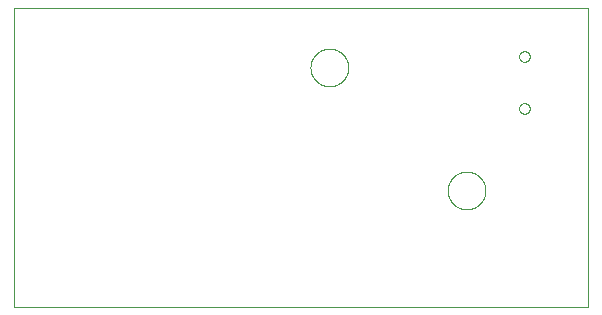
<source format=gbp>
G75*
%MOIN*%
%OFA0B0*%
%FSLAX25Y25*%
%IPPOS*%
%LPD*%
%AMOC8*
5,1,8,0,0,1.08239X$1,22.5*
%
%ADD10C,0.00000*%
D10*
X0001900Y0003250D02*
X0001900Y0103211D01*
X0193101Y0103211D01*
X0193101Y0003250D01*
X0001900Y0003250D01*
X0100600Y0083250D02*
X0100602Y0083408D01*
X0100608Y0083567D01*
X0100618Y0083725D01*
X0100632Y0083882D01*
X0100650Y0084040D01*
X0100671Y0084196D01*
X0100697Y0084353D01*
X0100727Y0084508D01*
X0100760Y0084663D01*
X0100798Y0084817D01*
X0100839Y0084970D01*
X0100884Y0085121D01*
X0100933Y0085272D01*
X0100986Y0085421D01*
X0101042Y0085569D01*
X0101103Y0085716D01*
X0101166Y0085861D01*
X0101234Y0086004D01*
X0101305Y0086145D01*
X0101379Y0086285D01*
X0101457Y0086423D01*
X0101539Y0086559D01*
X0101624Y0086692D01*
X0101712Y0086824D01*
X0101803Y0086953D01*
X0101898Y0087080D01*
X0101996Y0087204D01*
X0102097Y0087326D01*
X0102201Y0087446D01*
X0102307Y0087563D01*
X0102417Y0087677D01*
X0102530Y0087788D01*
X0102645Y0087896D01*
X0102764Y0088002D01*
X0102884Y0088104D01*
X0103007Y0088204D01*
X0103133Y0088300D01*
X0103261Y0088393D01*
X0103392Y0088483D01*
X0103524Y0088569D01*
X0103659Y0088652D01*
X0103796Y0088732D01*
X0103935Y0088808D01*
X0104075Y0088881D01*
X0104218Y0088950D01*
X0104362Y0089016D01*
X0104507Y0089078D01*
X0104655Y0089136D01*
X0104803Y0089191D01*
X0104953Y0089242D01*
X0105104Y0089289D01*
X0105257Y0089332D01*
X0105410Y0089371D01*
X0105564Y0089407D01*
X0105719Y0089438D01*
X0105875Y0089466D01*
X0106032Y0089490D01*
X0106189Y0089510D01*
X0106347Y0089526D01*
X0106504Y0089538D01*
X0106663Y0089546D01*
X0106821Y0089550D01*
X0106979Y0089550D01*
X0107137Y0089546D01*
X0107296Y0089538D01*
X0107453Y0089526D01*
X0107611Y0089510D01*
X0107768Y0089490D01*
X0107925Y0089466D01*
X0108081Y0089438D01*
X0108236Y0089407D01*
X0108390Y0089371D01*
X0108543Y0089332D01*
X0108696Y0089289D01*
X0108847Y0089242D01*
X0108997Y0089191D01*
X0109145Y0089136D01*
X0109293Y0089078D01*
X0109438Y0089016D01*
X0109582Y0088950D01*
X0109725Y0088881D01*
X0109865Y0088808D01*
X0110004Y0088732D01*
X0110141Y0088652D01*
X0110276Y0088569D01*
X0110408Y0088483D01*
X0110539Y0088393D01*
X0110667Y0088300D01*
X0110793Y0088204D01*
X0110916Y0088104D01*
X0111036Y0088002D01*
X0111155Y0087896D01*
X0111270Y0087788D01*
X0111383Y0087677D01*
X0111493Y0087563D01*
X0111599Y0087446D01*
X0111703Y0087326D01*
X0111804Y0087204D01*
X0111902Y0087080D01*
X0111997Y0086953D01*
X0112088Y0086824D01*
X0112176Y0086692D01*
X0112261Y0086559D01*
X0112343Y0086423D01*
X0112421Y0086285D01*
X0112495Y0086145D01*
X0112566Y0086004D01*
X0112634Y0085861D01*
X0112697Y0085716D01*
X0112758Y0085569D01*
X0112814Y0085421D01*
X0112867Y0085272D01*
X0112916Y0085121D01*
X0112961Y0084970D01*
X0113002Y0084817D01*
X0113040Y0084663D01*
X0113073Y0084508D01*
X0113103Y0084353D01*
X0113129Y0084196D01*
X0113150Y0084040D01*
X0113168Y0083882D01*
X0113182Y0083725D01*
X0113192Y0083567D01*
X0113198Y0083408D01*
X0113200Y0083250D01*
X0113198Y0083092D01*
X0113192Y0082933D01*
X0113182Y0082775D01*
X0113168Y0082618D01*
X0113150Y0082460D01*
X0113129Y0082304D01*
X0113103Y0082147D01*
X0113073Y0081992D01*
X0113040Y0081837D01*
X0113002Y0081683D01*
X0112961Y0081530D01*
X0112916Y0081379D01*
X0112867Y0081228D01*
X0112814Y0081079D01*
X0112758Y0080931D01*
X0112697Y0080784D01*
X0112634Y0080639D01*
X0112566Y0080496D01*
X0112495Y0080355D01*
X0112421Y0080215D01*
X0112343Y0080077D01*
X0112261Y0079941D01*
X0112176Y0079808D01*
X0112088Y0079676D01*
X0111997Y0079547D01*
X0111902Y0079420D01*
X0111804Y0079296D01*
X0111703Y0079174D01*
X0111599Y0079054D01*
X0111493Y0078937D01*
X0111383Y0078823D01*
X0111270Y0078712D01*
X0111155Y0078604D01*
X0111036Y0078498D01*
X0110916Y0078396D01*
X0110793Y0078296D01*
X0110667Y0078200D01*
X0110539Y0078107D01*
X0110408Y0078017D01*
X0110276Y0077931D01*
X0110141Y0077848D01*
X0110004Y0077768D01*
X0109865Y0077692D01*
X0109725Y0077619D01*
X0109582Y0077550D01*
X0109438Y0077484D01*
X0109293Y0077422D01*
X0109145Y0077364D01*
X0108997Y0077309D01*
X0108847Y0077258D01*
X0108696Y0077211D01*
X0108543Y0077168D01*
X0108390Y0077129D01*
X0108236Y0077093D01*
X0108081Y0077062D01*
X0107925Y0077034D01*
X0107768Y0077010D01*
X0107611Y0076990D01*
X0107453Y0076974D01*
X0107296Y0076962D01*
X0107137Y0076954D01*
X0106979Y0076950D01*
X0106821Y0076950D01*
X0106663Y0076954D01*
X0106504Y0076962D01*
X0106347Y0076974D01*
X0106189Y0076990D01*
X0106032Y0077010D01*
X0105875Y0077034D01*
X0105719Y0077062D01*
X0105564Y0077093D01*
X0105410Y0077129D01*
X0105257Y0077168D01*
X0105104Y0077211D01*
X0104953Y0077258D01*
X0104803Y0077309D01*
X0104655Y0077364D01*
X0104507Y0077422D01*
X0104362Y0077484D01*
X0104218Y0077550D01*
X0104075Y0077619D01*
X0103935Y0077692D01*
X0103796Y0077768D01*
X0103659Y0077848D01*
X0103524Y0077931D01*
X0103392Y0078017D01*
X0103261Y0078107D01*
X0103133Y0078200D01*
X0103007Y0078296D01*
X0102884Y0078396D01*
X0102764Y0078498D01*
X0102645Y0078604D01*
X0102530Y0078712D01*
X0102417Y0078823D01*
X0102307Y0078937D01*
X0102201Y0079054D01*
X0102097Y0079174D01*
X0101996Y0079296D01*
X0101898Y0079420D01*
X0101803Y0079547D01*
X0101712Y0079676D01*
X0101624Y0079808D01*
X0101539Y0079941D01*
X0101457Y0080077D01*
X0101379Y0080215D01*
X0101305Y0080355D01*
X0101234Y0080496D01*
X0101166Y0080639D01*
X0101103Y0080784D01*
X0101042Y0080931D01*
X0100986Y0081079D01*
X0100933Y0081228D01*
X0100884Y0081379D01*
X0100839Y0081530D01*
X0100798Y0081683D01*
X0100760Y0081837D01*
X0100727Y0081992D01*
X0100697Y0082147D01*
X0100671Y0082304D01*
X0100650Y0082460D01*
X0100632Y0082618D01*
X0100618Y0082775D01*
X0100608Y0082933D01*
X0100602Y0083092D01*
X0100600Y0083250D01*
X0170128Y0086911D02*
X0170130Y0086995D01*
X0170136Y0087078D01*
X0170146Y0087161D01*
X0170160Y0087244D01*
X0170177Y0087326D01*
X0170199Y0087407D01*
X0170224Y0087486D01*
X0170253Y0087565D01*
X0170286Y0087642D01*
X0170322Y0087717D01*
X0170362Y0087791D01*
X0170405Y0087863D01*
X0170452Y0087932D01*
X0170502Y0087999D01*
X0170555Y0088064D01*
X0170611Y0088126D01*
X0170669Y0088186D01*
X0170731Y0088243D01*
X0170795Y0088296D01*
X0170862Y0088347D01*
X0170931Y0088394D01*
X0171002Y0088439D01*
X0171075Y0088479D01*
X0171150Y0088516D01*
X0171227Y0088550D01*
X0171305Y0088580D01*
X0171384Y0088606D01*
X0171465Y0088629D01*
X0171547Y0088647D01*
X0171629Y0088662D01*
X0171712Y0088673D01*
X0171795Y0088680D01*
X0171879Y0088683D01*
X0171963Y0088682D01*
X0172046Y0088677D01*
X0172130Y0088668D01*
X0172212Y0088655D01*
X0172294Y0088639D01*
X0172375Y0088618D01*
X0172456Y0088594D01*
X0172534Y0088566D01*
X0172612Y0088534D01*
X0172688Y0088498D01*
X0172762Y0088459D01*
X0172834Y0088417D01*
X0172904Y0088371D01*
X0172972Y0088322D01*
X0173037Y0088270D01*
X0173100Y0088215D01*
X0173160Y0088157D01*
X0173218Y0088096D01*
X0173272Y0088032D01*
X0173324Y0087966D01*
X0173372Y0087898D01*
X0173417Y0087827D01*
X0173458Y0087754D01*
X0173497Y0087680D01*
X0173531Y0087604D01*
X0173562Y0087526D01*
X0173589Y0087447D01*
X0173613Y0087366D01*
X0173632Y0087285D01*
X0173648Y0087203D01*
X0173660Y0087120D01*
X0173668Y0087036D01*
X0173672Y0086953D01*
X0173672Y0086869D01*
X0173668Y0086786D01*
X0173660Y0086702D01*
X0173648Y0086619D01*
X0173632Y0086537D01*
X0173613Y0086456D01*
X0173589Y0086375D01*
X0173562Y0086296D01*
X0173531Y0086218D01*
X0173497Y0086142D01*
X0173458Y0086068D01*
X0173417Y0085995D01*
X0173372Y0085924D01*
X0173324Y0085856D01*
X0173272Y0085790D01*
X0173218Y0085726D01*
X0173160Y0085665D01*
X0173100Y0085607D01*
X0173037Y0085552D01*
X0172972Y0085500D01*
X0172904Y0085451D01*
X0172834Y0085405D01*
X0172762Y0085363D01*
X0172688Y0085324D01*
X0172612Y0085288D01*
X0172534Y0085256D01*
X0172456Y0085228D01*
X0172375Y0085204D01*
X0172294Y0085183D01*
X0172212Y0085167D01*
X0172130Y0085154D01*
X0172046Y0085145D01*
X0171963Y0085140D01*
X0171879Y0085139D01*
X0171795Y0085142D01*
X0171712Y0085149D01*
X0171629Y0085160D01*
X0171547Y0085175D01*
X0171465Y0085193D01*
X0171384Y0085216D01*
X0171305Y0085242D01*
X0171227Y0085272D01*
X0171150Y0085306D01*
X0171075Y0085343D01*
X0171002Y0085383D01*
X0170931Y0085428D01*
X0170862Y0085475D01*
X0170795Y0085526D01*
X0170731Y0085579D01*
X0170669Y0085636D01*
X0170611Y0085696D01*
X0170555Y0085758D01*
X0170502Y0085823D01*
X0170452Y0085890D01*
X0170405Y0085959D01*
X0170362Y0086031D01*
X0170322Y0086105D01*
X0170286Y0086180D01*
X0170253Y0086257D01*
X0170224Y0086336D01*
X0170199Y0086415D01*
X0170177Y0086496D01*
X0170160Y0086578D01*
X0170146Y0086661D01*
X0170136Y0086744D01*
X0170130Y0086827D01*
X0170128Y0086911D01*
X0170128Y0069589D02*
X0170130Y0069673D01*
X0170136Y0069756D01*
X0170146Y0069839D01*
X0170160Y0069922D01*
X0170177Y0070004D01*
X0170199Y0070085D01*
X0170224Y0070164D01*
X0170253Y0070243D01*
X0170286Y0070320D01*
X0170322Y0070395D01*
X0170362Y0070469D01*
X0170405Y0070541D01*
X0170452Y0070610D01*
X0170502Y0070677D01*
X0170555Y0070742D01*
X0170611Y0070804D01*
X0170669Y0070864D01*
X0170731Y0070921D01*
X0170795Y0070974D01*
X0170862Y0071025D01*
X0170931Y0071072D01*
X0171002Y0071117D01*
X0171075Y0071157D01*
X0171150Y0071194D01*
X0171227Y0071228D01*
X0171305Y0071258D01*
X0171384Y0071284D01*
X0171465Y0071307D01*
X0171547Y0071325D01*
X0171629Y0071340D01*
X0171712Y0071351D01*
X0171795Y0071358D01*
X0171879Y0071361D01*
X0171963Y0071360D01*
X0172046Y0071355D01*
X0172130Y0071346D01*
X0172212Y0071333D01*
X0172294Y0071317D01*
X0172375Y0071296D01*
X0172456Y0071272D01*
X0172534Y0071244D01*
X0172612Y0071212D01*
X0172688Y0071176D01*
X0172762Y0071137D01*
X0172834Y0071095D01*
X0172904Y0071049D01*
X0172972Y0071000D01*
X0173037Y0070948D01*
X0173100Y0070893D01*
X0173160Y0070835D01*
X0173218Y0070774D01*
X0173272Y0070710D01*
X0173324Y0070644D01*
X0173372Y0070576D01*
X0173417Y0070505D01*
X0173458Y0070432D01*
X0173497Y0070358D01*
X0173531Y0070282D01*
X0173562Y0070204D01*
X0173589Y0070125D01*
X0173613Y0070044D01*
X0173632Y0069963D01*
X0173648Y0069881D01*
X0173660Y0069798D01*
X0173668Y0069714D01*
X0173672Y0069631D01*
X0173672Y0069547D01*
X0173668Y0069464D01*
X0173660Y0069380D01*
X0173648Y0069297D01*
X0173632Y0069215D01*
X0173613Y0069134D01*
X0173589Y0069053D01*
X0173562Y0068974D01*
X0173531Y0068896D01*
X0173497Y0068820D01*
X0173458Y0068746D01*
X0173417Y0068673D01*
X0173372Y0068602D01*
X0173324Y0068534D01*
X0173272Y0068468D01*
X0173218Y0068404D01*
X0173160Y0068343D01*
X0173100Y0068285D01*
X0173037Y0068230D01*
X0172972Y0068178D01*
X0172904Y0068129D01*
X0172834Y0068083D01*
X0172762Y0068041D01*
X0172688Y0068002D01*
X0172612Y0067966D01*
X0172534Y0067934D01*
X0172456Y0067906D01*
X0172375Y0067882D01*
X0172294Y0067861D01*
X0172212Y0067845D01*
X0172130Y0067832D01*
X0172046Y0067823D01*
X0171963Y0067818D01*
X0171879Y0067817D01*
X0171795Y0067820D01*
X0171712Y0067827D01*
X0171629Y0067838D01*
X0171547Y0067853D01*
X0171465Y0067871D01*
X0171384Y0067894D01*
X0171305Y0067920D01*
X0171227Y0067950D01*
X0171150Y0067984D01*
X0171075Y0068021D01*
X0171002Y0068061D01*
X0170931Y0068106D01*
X0170862Y0068153D01*
X0170795Y0068204D01*
X0170731Y0068257D01*
X0170669Y0068314D01*
X0170611Y0068374D01*
X0170555Y0068436D01*
X0170502Y0068501D01*
X0170452Y0068568D01*
X0170405Y0068637D01*
X0170362Y0068709D01*
X0170322Y0068783D01*
X0170286Y0068858D01*
X0170253Y0068935D01*
X0170224Y0069014D01*
X0170199Y0069093D01*
X0170177Y0069174D01*
X0170160Y0069256D01*
X0170146Y0069339D01*
X0170136Y0069422D01*
X0170130Y0069505D01*
X0170128Y0069589D01*
X0146350Y0042250D02*
X0146352Y0042408D01*
X0146358Y0042567D01*
X0146368Y0042725D01*
X0146382Y0042882D01*
X0146400Y0043040D01*
X0146421Y0043196D01*
X0146447Y0043353D01*
X0146477Y0043508D01*
X0146510Y0043663D01*
X0146548Y0043817D01*
X0146589Y0043970D01*
X0146634Y0044121D01*
X0146683Y0044272D01*
X0146736Y0044421D01*
X0146792Y0044569D01*
X0146853Y0044716D01*
X0146916Y0044861D01*
X0146984Y0045004D01*
X0147055Y0045145D01*
X0147129Y0045285D01*
X0147207Y0045423D01*
X0147289Y0045559D01*
X0147374Y0045692D01*
X0147462Y0045824D01*
X0147553Y0045953D01*
X0147648Y0046080D01*
X0147746Y0046204D01*
X0147847Y0046326D01*
X0147951Y0046446D01*
X0148057Y0046563D01*
X0148167Y0046677D01*
X0148280Y0046788D01*
X0148395Y0046896D01*
X0148514Y0047002D01*
X0148634Y0047104D01*
X0148757Y0047204D01*
X0148883Y0047300D01*
X0149011Y0047393D01*
X0149142Y0047483D01*
X0149274Y0047569D01*
X0149409Y0047652D01*
X0149546Y0047732D01*
X0149685Y0047808D01*
X0149825Y0047881D01*
X0149968Y0047950D01*
X0150112Y0048016D01*
X0150257Y0048078D01*
X0150405Y0048136D01*
X0150553Y0048191D01*
X0150703Y0048242D01*
X0150854Y0048289D01*
X0151007Y0048332D01*
X0151160Y0048371D01*
X0151314Y0048407D01*
X0151469Y0048438D01*
X0151625Y0048466D01*
X0151782Y0048490D01*
X0151939Y0048510D01*
X0152097Y0048526D01*
X0152254Y0048538D01*
X0152413Y0048546D01*
X0152571Y0048550D01*
X0152729Y0048550D01*
X0152887Y0048546D01*
X0153046Y0048538D01*
X0153203Y0048526D01*
X0153361Y0048510D01*
X0153518Y0048490D01*
X0153675Y0048466D01*
X0153831Y0048438D01*
X0153986Y0048407D01*
X0154140Y0048371D01*
X0154293Y0048332D01*
X0154446Y0048289D01*
X0154597Y0048242D01*
X0154747Y0048191D01*
X0154895Y0048136D01*
X0155043Y0048078D01*
X0155188Y0048016D01*
X0155332Y0047950D01*
X0155475Y0047881D01*
X0155615Y0047808D01*
X0155754Y0047732D01*
X0155891Y0047652D01*
X0156026Y0047569D01*
X0156158Y0047483D01*
X0156289Y0047393D01*
X0156417Y0047300D01*
X0156543Y0047204D01*
X0156666Y0047104D01*
X0156786Y0047002D01*
X0156905Y0046896D01*
X0157020Y0046788D01*
X0157133Y0046677D01*
X0157243Y0046563D01*
X0157349Y0046446D01*
X0157453Y0046326D01*
X0157554Y0046204D01*
X0157652Y0046080D01*
X0157747Y0045953D01*
X0157838Y0045824D01*
X0157926Y0045692D01*
X0158011Y0045559D01*
X0158093Y0045423D01*
X0158171Y0045285D01*
X0158245Y0045145D01*
X0158316Y0045004D01*
X0158384Y0044861D01*
X0158447Y0044716D01*
X0158508Y0044569D01*
X0158564Y0044421D01*
X0158617Y0044272D01*
X0158666Y0044121D01*
X0158711Y0043970D01*
X0158752Y0043817D01*
X0158790Y0043663D01*
X0158823Y0043508D01*
X0158853Y0043353D01*
X0158879Y0043196D01*
X0158900Y0043040D01*
X0158918Y0042882D01*
X0158932Y0042725D01*
X0158942Y0042567D01*
X0158948Y0042408D01*
X0158950Y0042250D01*
X0158948Y0042092D01*
X0158942Y0041933D01*
X0158932Y0041775D01*
X0158918Y0041618D01*
X0158900Y0041460D01*
X0158879Y0041304D01*
X0158853Y0041147D01*
X0158823Y0040992D01*
X0158790Y0040837D01*
X0158752Y0040683D01*
X0158711Y0040530D01*
X0158666Y0040379D01*
X0158617Y0040228D01*
X0158564Y0040079D01*
X0158508Y0039931D01*
X0158447Y0039784D01*
X0158384Y0039639D01*
X0158316Y0039496D01*
X0158245Y0039355D01*
X0158171Y0039215D01*
X0158093Y0039077D01*
X0158011Y0038941D01*
X0157926Y0038808D01*
X0157838Y0038676D01*
X0157747Y0038547D01*
X0157652Y0038420D01*
X0157554Y0038296D01*
X0157453Y0038174D01*
X0157349Y0038054D01*
X0157243Y0037937D01*
X0157133Y0037823D01*
X0157020Y0037712D01*
X0156905Y0037604D01*
X0156786Y0037498D01*
X0156666Y0037396D01*
X0156543Y0037296D01*
X0156417Y0037200D01*
X0156289Y0037107D01*
X0156158Y0037017D01*
X0156026Y0036931D01*
X0155891Y0036848D01*
X0155754Y0036768D01*
X0155615Y0036692D01*
X0155475Y0036619D01*
X0155332Y0036550D01*
X0155188Y0036484D01*
X0155043Y0036422D01*
X0154895Y0036364D01*
X0154747Y0036309D01*
X0154597Y0036258D01*
X0154446Y0036211D01*
X0154293Y0036168D01*
X0154140Y0036129D01*
X0153986Y0036093D01*
X0153831Y0036062D01*
X0153675Y0036034D01*
X0153518Y0036010D01*
X0153361Y0035990D01*
X0153203Y0035974D01*
X0153046Y0035962D01*
X0152887Y0035954D01*
X0152729Y0035950D01*
X0152571Y0035950D01*
X0152413Y0035954D01*
X0152254Y0035962D01*
X0152097Y0035974D01*
X0151939Y0035990D01*
X0151782Y0036010D01*
X0151625Y0036034D01*
X0151469Y0036062D01*
X0151314Y0036093D01*
X0151160Y0036129D01*
X0151007Y0036168D01*
X0150854Y0036211D01*
X0150703Y0036258D01*
X0150553Y0036309D01*
X0150405Y0036364D01*
X0150257Y0036422D01*
X0150112Y0036484D01*
X0149968Y0036550D01*
X0149825Y0036619D01*
X0149685Y0036692D01*
X0149546Y0036768D01*
X0149409Y0036848D01*
X0149274Y0036931D01*
X0149142Y0037017D01*
X0149011Y0037107D01*
X0148883Y0037200D01*
X0148757Y0037296D01*
X0148634Y0037396D01*
X0148514Y0037498D01*
X0148395Y0037604D01*
X0148280Y0037712D01*
X0148167Y0037823D01*
X0148057Y0037937D01*
X0147951Y0038054D01*
X0147847Y0038174D01*
X0147746Y0038296D01*
X0147648Y0038420D01*
X0147553Y0038547D01*
X0147462Y0038676D01*
X0147374Y0038808D01*
X0147289Y0038941D01*
X0147207Y0039077D01*
X0147129Y0039215D01*
X0147055Y0039355D01*
X0146984Y0039496D01*
X0146916Y0039639D01*
X0146853Y0039784D01*
X0146792Y0039931D01*
X0146736Y0040079D01*
X0146683Y0040228D01*
X0146634Y0040379D01*
X0146589Y0040530D01*
X0146548Y0040683D01*
X0146510Y0040837D01*
X0146477Y0040992D01*
X0146447Y0041147D01*
X0146421Y0041304D01*
X0146400Y0041460D01*
X0146382Y0041618D01*
X0146368Y0041775D01*
X0146358Y0041933D01*
X0146352Y0042092D01*
X0146350Y0042250D01*
M02*

</source>
